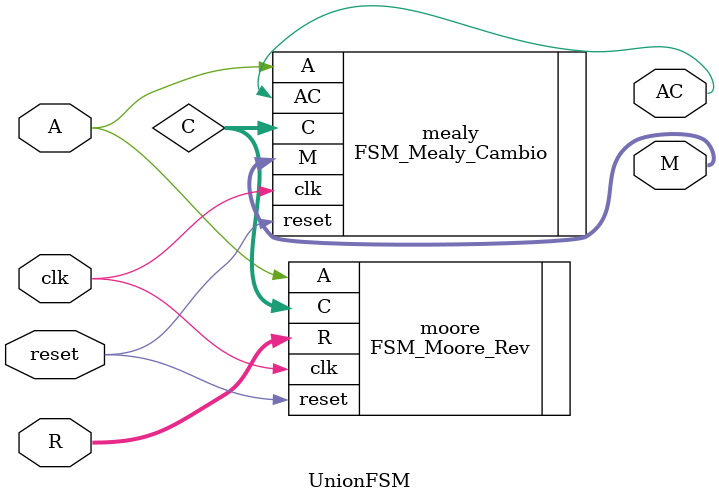
<source format=sv>
`timescale 1ns / 1ps

module UnionFSM(
    input  logic clk,
    input  logic reset,
    input  logic [1:0] R,   // Revoluciones de entrada
    input  logic       A,   // Apagado/Encendido
    output logic [1:0] M,   // Tipo de cambio
    output logic       AC   // Carro encendido
);

    // Logica de como se conecta la moore y la mealy
    logic [1:0] C;  


    // Instancia de mi maquina de la moore

    FSM_Moore_Rev moore (
        .clk(clk),
        .reset(reset),
        .R(R),      // entrada de revoluciones
        .A(A),      // encendido/apagado
        .C(C)       // salida:mi cantidad de revoluciones
    );

 // Instancia la mealy
 
    FSM_Mealy_Cambio mealy (
        .clk(clk),
        .reset(reset),
        .C(C),      // entrada: cantidad de revoluciones
        .A(A),      // entrada: encendido/apagado
        .M(M),      // salida: tipo de cambio o modo
        .AC(AC)     // salida: carro encendido
    );

endmodule



</source>
